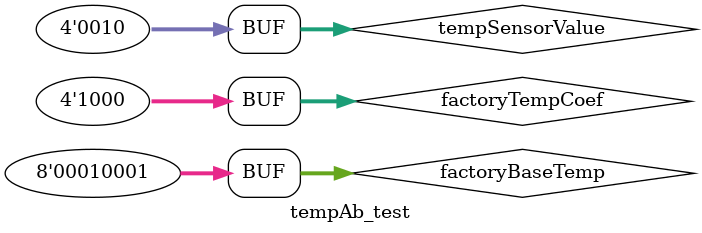
<source format=v>
`timescale 1ns / 1ps


module tempAb_test;

	// Inputs
	reg [7:0] factoryBaseTemp;
	reg [3:0] factoryTempCoef;
	reg [3:0] tempSensorValue;

	// Outputs
		wire temperatureAbnormality;

	// Instantiate the Unit Under Test (UUT)
	TemperatureAbnormalityDetector uut (
		.factoryBaseTemp(factoryBaseTemp), 
		.factoryTempCoef(factoryTempCoef), 
		.tempSensorValue(tempSensorValue), 
		.temperatureAbnormality(temperatureAbnormality)
	);

	initial begin
		// Initialize Inputs
		factoryBaseTemp = 8'b00010001;
		factoryTempCoef = 4'b1000;
		tempSensorValue = 4'b0010;

		// Wait 100 ns for global reset to finish
		#100;
		
        
		// Add stimulus here

	end
      
endmodule


</source>
